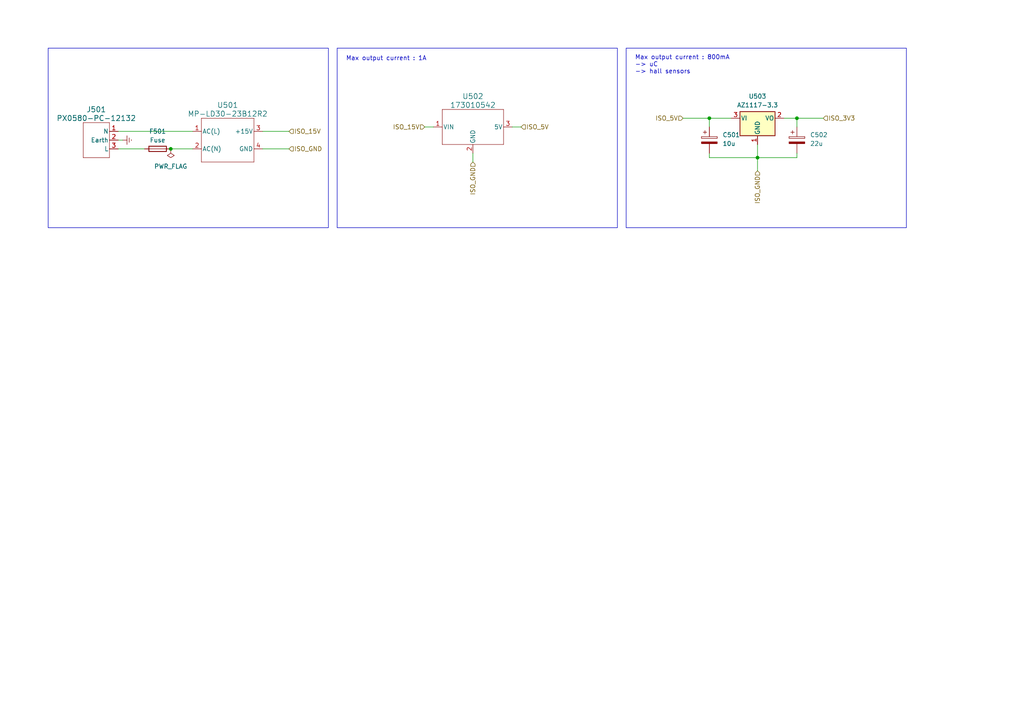
<source format=kicad_sch>
(kicad_sch (version 20230121) (generator eeschema)
  (paper "A4")
  (title_block (title "AAP Inverter") (date "2023-05-01") (company "ENSEA"))
  (lib_symbols
    (symbol "Custom:173010542" (pin_names (offset 0.254))
      (property "Reference" "U" (at 7.62 -6.35 0))
      (property "Value" "173010542" (at 0 6.35 0))
      (symbol "173010542_0_1"
        (polyline (pts (xy -8.89 -5.08) (xy 8.89 -5.08)) (stroke (width 0.127)))
        (polyline (pts (xy -8.89 5.08) (xy -8.89 -5.08)) (stroke (width 0.127)))
        (polyline (pts (xy 8.89 -5.08) (xy 8.89 5.08)) (stroke (width 0.127)))
        (polyline (pts (xy 8.89 5.08) (xy -8.89 5.08)) (stroke (width 0.127)))
      )
      (symbol "173010542_1_1"
        (pin power_in line (at -11.43 0 0) (length 2.54) (name "VIN") (number "1"))
        (pin power_in line (at 0 -7.62 90) (length 2.54) (name "GND") (number "2"))
        (pin power_out line (at 11.43 0 180) (length 2.54) (name "5V") (number "3"))
      )
    )
    (symbol "Device:C_Polarized" (pin_numbers hide) (pin_names (offset 0.254))
      (property "Reference" "C" (at 0.635 2.54 0))
      (property "Value" "C_Polarized" (at 0.635 -2.54 0))
      (symbol "C_Polarized_0_1"
        (rectangle (start -2.286 0.508) (end 2.286 1.016))
        (polyline (pts (xy -1.778 2.286) (xy -0.762 2.286)))
        (polyline (pts (xy -1.27 2.794) (xy -1.27 1.778)))
        (rectangle (start 2.286 -0.508) (end -2.286 -1.016) (fill (type outline)))
      )
      (symbol "C_Polarized_1_1"
        (pin passive line (at 0 3.81 270) (length 2.794) (name "~") (number "1"))
        (pin passive line (at 0 -3.81 90) (length 2.794) (name "~") (number "2"))
      )
    )
    (symbol "Device:Fuse" (pin_numbers hide) (pin_names (offset 0))
      (property "Reference" "F" (at 2.032 0 90))
      (property "Value" "Fuse" (at -1.905 0 90))
      (symbol "Fuse_0_1"
        (rectangle (start -0.762 -2.54) (end 0.762 2.54) (stroke (width 0.254)))
        (polyline (pts (xy 0 2.54) (xy 0 -2.54)))
      )
      (symbol "Fuse_1_1"
        (pin passive line (at 0 3.81 270) (length 1.27) (name "~") (number "1"))
        (pin passive line (at 0 -3.81 90) (length 1.27) (name "~") (number "2"))
      )
    )
    (symbol "MP-LD30-23B15R2:MP-LD30-23B12R2" (pin_names (offset 0.254))
      (property "Reference" "U" (at 5.08 -7.62 0))
      (property "Value" "MP-LD30-23B12R2" (at 0 7.62 0))
      (symbol "MP-LD30-23B12R2_0_1"
        (polyline (pts (xy -7.62 -6.35) (xy 7.62 -6.35)) (stroke (width 0.127)))
        (polyline (pts (xy -7.62 6.35) (xy -7.62 -6.35)) (stroke (width 0.127)))
        (polyline (pts (xy 7.62 -6.35) (xy 7.62 6.35)) (stroke (width 0.127)))
        (polyline (pts (xy 7.62 6.35) (xy -7.62 6.35)) (stroke (width 0.127)))
      )
      (symbol "MP-LD30-23B12R2_1_1"
        (pin power_in line (at -10.16 2.54 0) (length 2.54) (name "AC(L)") (number "1"))
        (pin power_in line (at -10.16 -2.54 0) (length 2.54) (name "AC(N)") (number "2"))
        (pin power_out line (at 10.16 2.54 180) (length 2.54) (name "+15V") (number "3"))
        (pin power_out line (at 10.16 -2.54 180) (length 2.54) (name "GND") (number "4"))
      )
    )
    (symbol "PX0580-PC-12132:PX0580-PC-12132" (pin_names (offset 0.254))
      (property "Reference" "J" (at -1.27 -6.35 0))
      (property "Value" "PX0580-PC-12132" (at -5.08 6.35 0))
      (symbol "PX0580-PC-12132_1_1"
        (polyline (pts (xy -7.62 -5.08) (xy -7.62 5.08)) (stroke (width 0.127)))
        (polyline (pts (xy -7.62 5.08) (xy 0 5.08)) (stroke (width 0.127)))
        (polyline (pts (xy 0 -5.08) (xy -7.62 -5.08)) (stroke (width 0.127)))
        (polyline (pts (xy 0 5.08) (xy 0 -5.08)) (stroke (width 0.127)))
        (pin power_out line (at 2.54 2.54 180) (length 2.54) (name "N") (number "1"))
        (pin power_out line (at 2.54 0 180) (length 2.54) (name "Earth") (number "2"))
        (pin power_out line (at 2.54 -2.54 180) (length 2.54) (name "L") (number "3"))
      )
      (symbol "PX0580-PC-12132_1_2"
        (polyline (pts (xy 5.08 -7.62) (xy 12.7 -7.62)) (stroke (width 0.127)))
        (polyline (pts (xy 5.08 2.54) (xy 5.08 -7.62)) (stroke (width 0.127)))
        (polyline (pts (xy 7.62 -5.08) (xy 5.08 -5.08)) (stroke (width 0.127)))
        (polyline (pts (xy 7.62 -5.08) (xy 8.89 -5.9267)) (stroke (width 0.127)))
        (polyline (pts (xy 7.62 -5.08) (xy 8.89 -4.2333)) (stroke (width 0.127)))
        (polyline (pts (xy 7.62 -2.54) (xy 5.08 -2.54)) (stroke (width 0.127)))
        (polyline (pts (xy 7.62 -2.54) (xy 8.89 -3.3867)) (stroke (width 0.127)))
        (polyline (pts (xy 7.62 -2.54) (xy 8.89 -1.6933)) (stroke (width 0.127)))
        (polyline (pts (xy 7.62 0) (xy 5.08 0)) (stroke (width 0.127)))
        (polyline (pts (xy 7.62 0) (xy 8.89 -0.8467)) (stroke (width 0.127)))
        (polyline (pts (xy 7.62 0) (xy 8.89 0.8467)) (stroke (width 0.127)))
        (polyline (pts (xy 12.7 -7.62) (xy 12.7 2.54)) (stroke (width 0.127)))
        (polyline (pts (xy 12.7 2.54) (xy 5.08 2.54)) (stroke (width 0.127)))
        (pin unspecified line (at 0 0 0) (length 5.08) (name "1") (number "1"))
        (pin unspecified line (at 0 -2.54 0) (length 5.08) (name "2") (number "2"))
        (pin unspecified line (at 0 -5.08 0) (length 5.08) (name "3") (number "3"))
      )
    )
    (symbol "Regulator_Linear:AZ1117-3.3" (pin_names (offset 0.254))
      (property "Reference" "U" (at -3.81 3.175 0))
      (property "Value" "AZ1117-3.3" (at 0 3.175 0))
      (symbol "AZ1117-3.3_0_1"
        (rectangle (start -5.08 1.905) (end 5.08 -5.08) (stroke (width 0.254)) (fill (type background)))
      )
      (symbol "AZ1117-3.3_1_1"
        (pin power_in line (at 0 -7.62 90) (length 2.54) (name "GND") (number "1"))
        (pin power_out line (at 7.62 0 180) (length 2.54) (name "VO") (number "2"))
        (pin power_in line (at -7.62 0 0) (length 2.54) (name "VI") (number "3"))
      )
    )
    (symbol "power:Earth" (power) (pin_names (offset 0))
      (symbol "Earth_0_1"
        (polyline (pts (xy -0.635 -1.905) (xy 0.635 -1.905)))
        (polyline (pts (xy -0.127 -2.54) (xy 0.127 -2.54)))
        (polyline (pts (xy 0 -1.27) (xy 0 0)))
        (polyline (pts (xy 1.27 -1.27) (xy -1.27 -1.27)))
      )
      (symbol "Earth_1_1"
        (pin power_in line (at 0 0 270) (length 0) hide (name "Earth") (number "1"))
      )
    )
    (symbol "power:PWR_FLAG" (power) (pin_numbers hide) (pin_names (offset 0) hide)
      (property "Value" "PWR_FLAG" (at 0 3.81 0))
      (symbol "PWR_FLAG_0_0"
        (pin power_out line (at 0 0 90) (length 0) (name "pwr") (number "1"))
      )
      (symbol "PWR_FLAG_0_1"
        (polyline (pts (xy 0 0) (xy 0 1.27) (xy -1.016 1.905) (xy 0 2.54) (xy 1.016 1.905) (xy 0 1.27)))
      )
    )
  )
  (junction (at 231.14 34.29))
  (junction (at 219.71 45.72))
  (junction (at 49.53 43.18))
  (junction (at 205.74 34.29))
  (wire (pts (xy 123.19 36.83) (xy 125.73 36.83)))
  (wire (pts (xy 198.12 34.29) (xy 205.74 34.29)))
  (wire (pts (xy 231.14 34.29) (xy 227.33 34.29)))
  (wire (pts (xy 76.2 38.1) (xy 83.82 38.1)))
  (wire (pts (xy 205.74 34.29) (xy 205.74 36.83)))
  (wire (pts (xy 231.14 45.72) (xy 219.71 45.72)))
  (wire (pts (xy 205.74 44.45) (xy 205.74 45.72)))
  (wire (pts (xy 76.2 43.18) (xy 83.82 43.18)))
  (wire (pts (xy 205.74 45.72) (xy 219.71 45.72)))
  (wire (pts (xy 238.76 34.29) (xy 231.14 34.29)))
  (wire (pts (xy 151.13 36.83) (xy 148.59 36.83)))
  (wire (pts (xy 219.71 45.72) (xy 219.71 41.91)))
  (wire (pts (xy 34.29 40.64) (xy 35.56 40.64)))
  (wire (pts (xy 231.14 44.45) (xy 231.14 45.72)))
  (wire (pts (xy 137.16 46.99) (xy 137.16 44.45)))
  (wire (pts (xy 219.71 49.53) (xy 219.71 45.72)))
  (wire (pts (xy 205.74 34.29) (xy 212.09 34.29)))
  (wire (pts (xy 34.29 38.1) (xy 55.88 38.1)))
  (wire (pts (xy 49.53 43.18) (xy 55.88 43.18)))
  (wire (pts (xy 231.14 34.29) (xy 231.14 36.83)))
  (wire (pts (xy 34.29 43.18) (xy 41.91 43.18)))
  (rectangle (start 13.97 13.97) (end 95.25 66.04))
  (rectangle (start 181.61 13.97) (end 262.89 66.04))
  (rectangle (start 97.79 13.97) (end 179.07 66.04))
  (text "Max output current : 800mA\n-> uC\n-> hall sensors" (at 184.15 21.59 0) (effects (font (size 1.27 1.27)) (justify left bottom)))
  (text "Max output current : 1A" (at 100.33 17.78 0) (effects (font (size 1.27 1.27)) (justify left bottom)))
  (hierarchical_label "ISO_3V3" (shape input) (at 238.76 34.29 0))
  (hierarchical_label "ISO_5V" (shape input) (at 151.13 36.83 0))
  (hierarchical_label "ISO_15V" (shape input) (at 123.19 36.83 180))
  (hierarchical_label "ISO_15V" (shape input) (at 83.82 38.1 0))
  (hierarchical_label "ISO_GND" (shape input) (at 83.82 43.18 0))
  (hierarchical_label "ISO_GND" (shape input) (at 137.16 46.99 270))
  (hierarchical_label "ISO_5V" (shape input) (at 198.12 34.29 180))
  (hierarchical_label "ISO_GND" (shape input) (at 219.71 49.53 270))
  (symbol (lib_id "power:Earth") (at 35.56 40.64 90) (unit 1)
    (property "Reference" "#PWR0501" (effects hide))
    (property "Value" "Earth" (effects hide))
  )
  (symbol (lib_id "Device:C_Polarized") (at 231.14 40.64 0) (unit 1)
    (property "Reference" "C502" (at 234.95 39.116 0) (effects (justify left)))
    (property "Value" "22u" (at 234.95 41.656 0) (effects (justify left)))
    (property "Footprint" "Capacitor_SMD:CP_Elec_5x5.4" (effects hide))
    (property "MFR" "865060442002" (effects hide))
  )
  (symbol (lib_id "Regulator_Linear:AZ1117-3.3") (at 219.71 34.29 0) (unit 1)
    (property "Reference" "U503" (at 219.71 27.94 0))
    (property "Value" "AZ1117-3.3" (at 219.71 30.48 0))
    (property "Footprint" "Package_TO_SOT_SMD:SOT-223-3_TabPin2" (effects hide))
    (property "Datasheet" "https://www.diodes.com/assets/Datasheets/AZ1117.pdf" (effects hide))
  )
  (symbol (lib_id "PX0580-PC-12132:PX0580-PC-12132") (at 31.75 40.64 0) (unit 1)
    (property "Reference" "J501" (at 27.94 31.75 0) (effects (font (size 1.524 1.524))))
    (property "Value" "PX0580-PC-12132" (at 27.94 34.29 0) (effects (font (size 1.524 1.524))))
    (property "Footprint" "Custom:PX0580-PC-12132" (effects hide))
    (property "Datasheet" "PX0580-PC-12132" (effects hide))
  )
  (symbol (lib_id "power:PWR_FLAG") (at 49.53 43.18 180) (unit 1)
    (property "Reference" "#FLG0501" (effects hide))
    (property "Value" "PWR_FLAG" (at 49.53 48.26 0))
  )
  (symbol (lib_id "Device:Fuse") (at 45.72 43.18 90) (unit 1)
    (property "Reference" "F501" (at 45.72 38.1 90))
    (property "Value" "Fuse" (at 45.72 40.64 90))
    (property "Footprint" "Custom:0031.8201" (effects hide))
  )
  (symbol (lib_id "Custom:173010542") (at 137.16 36.83 0) (unit 1)
    (property "Reference" "U502" (at 137.16 27.94 0) (effects (font (size 1.524 1.524))))
    (property "Value" "173010542" (at 137.16 30.48 0) (effects (font (size 1.524 1.524))))
    (property "Footprint" "Custom:173010578" (effects hide))
    (property "Datasheet" "173010542" (effects hide))
  )
  (symbol (lib_id "Device:C_Polarized") (at 205.74 40.64 0) (unit 1)
    (property "Reference" "C501" (at 209.55 39.116 0) (effects (justify left)))
    (property "Value" "10u" (at 209.55 41.656 0) (effects (justify left)))
    (property "Footprint" "Capacitor_SMD:CP_Elec_4x5.4" (effects hide))
    (property "MFR" "865060440001" (effects hide))
  )
  (symbol (lib_id "MP-LD30-23B15R2:MP-LD30-23B12R2") (at 66.04 40.64 0) (unit 1)
    (property "Reference" "U501" (at 66.04 30.48 0) (effects (font (size 1.524 1.524))))
    (property "Value" "MP-LD30-23B12R2" (at 66.04 33.02 0) (effects (font (size 1.524 1.524))))
    (property "Footprint" "Custom:MP-LD30-23B15R2" (effects hide))
    (property "Datasheet" "MP-LD30-23B12R2" (effects hide))
  )
)
</source>
